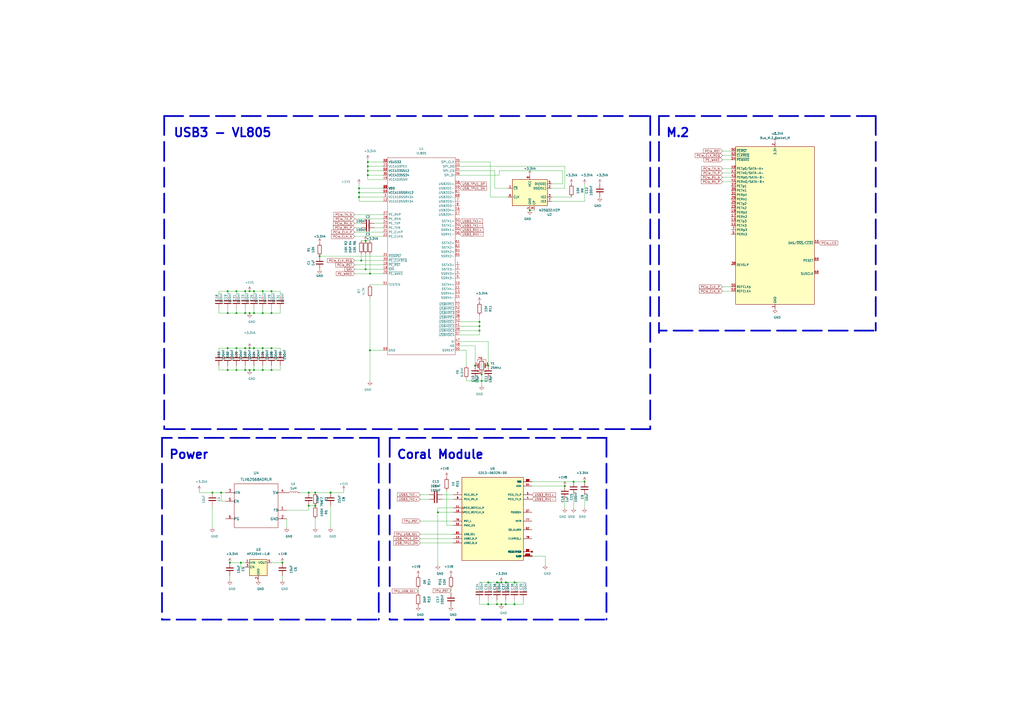
<source format=kicad_sch>
(kicad_sch (version 20211123) (generator eeschema)
  (paper "A2")
  (title_block (title "Coral USB3 M.2 2242 Module") (date "2022-09-24") (rev "v1.0") (comment 1 "Designed By Will Whang") (comment 2 "https://github.com/will127534/Coral-USB3-M2-Module"))
  (lib_symbols
    (symbol "2021-10-17_21-20-06:TLV62568ADRLR" (pin_names (offset -0.254))
      (property "Reference" "U" (at 0 2.54 0))
      (property "Value" "TLV62568ADRLR" (at 0 0 0))
      (symbol "TLV62568ADRLR_1_1"
        (pin input line (at 17.78 -2.54 180) (length 5.08) (name "FB") (number "1"))
        (pin power_in line (at 17.78 -7.62 180) (length 5.08) (name "GND") (number "2"))
        (pin power_in line (at -17.78 7.62 0) (length 5.08) (name "VIN") (number "3"))
        (pin power_in line (at 17.78 7.62 180) (length 5.08) (name "SW") (number "4"))
        (pin input line (at -17.78 2.54 0) (length 5.08) (name "EN") (number "5"))
        (pin open_collector line (at -17.78 -7.62 0) (length 5.08) (name "PG") (number "6"))
      )
    )
    (symbol "ASM1042:VL805"
      (property "Reference" "U1" (at -0.635 45.72 0))
      (property "Value" "VL805" (at -0.635 43.18 0))
      (symbol "VL805_1_1"
        (pin input line (at 21.59 -21.59 180) (length 2.54) (name "SSTX3+") (number "1"))
        (pin input line (at 21.59 -33.02 180) (length 2.54) (name "SSTX4+") (number "10"))
        (pin input line (at 21.59 -35.56 180) (length 2.54) (name "SSTX4-") (number "11"))
        (pin input line (at -22.86 15.24 0) (length 2.54) (name "VCCA10SSRX34") (number "12"))
        (pin input line (at 21.59 -38.1 180) (length 2.54) (name "SSRX4+") (number "13"))
        (pin input line (at 21.59 -40.64 180) (length 2.54) (name "SSRX4-") (number "14"))
        (pin input line (at -22.86 30.48 0) (length 2.54) (name "VCCA33SS34") (number "15"))
        (pin input line (at 21.59 10.16 180) (length 2.54) (name "USB2D4+") (number "16"))
        (pin input line (at 21.59 7.62 180) (length 2.54) (name "USB2D4-") (number "17"))
        (pin input line (at -22.86 -24.13 0) (length 2.54) (name "~{SMI}") (number "18"))
        (pin input line (at -22.86 -21.59 0) (length 2.54) (name "~{PE_RST}") (number "19"))
        (pin input line (at 21.59 -24.13 180) (length 2.54) (name "SSTX3-") (number "2"))
        (pin input line (at -22.86 -26.67 0) (length 2.54) (name "~{PE_WAKE}") (number "20"))
        (pin input line (at -22.86 -2.54 0) (length 2.54) (name "PE_CLKP") (number "21"))
        (pin input line (at -22.86 -5.08 0) (length 2.54) (name "PE_CLKN") (number "22"))
        (pin input line (at -22.86 35.56 0) (length 2.54) (name "VCCA33PEX") (number "23"))
        (pin input line (at -22.86 2.54 0) (length 2.54) (name "PE_TXP") (number "24"))
        (pin input line (at -22.86 0 0) (length 2.54) (name "PE_TXN") (number "25"))
        (pin input line (at -22.86 7.62 0) (length 2.54) (name "PE_RXP") (number "27"))
        (pin input line (at -22.86 5.08 0) (length 2.54) (name "PE_RXN") (number "28"))
        (pin input line (at -22.86 22.86 0) (length 2.54) (name "VDD") (number "29"))
        (pin input line (at -22.86 17.78 0) (length 2.54) (name "VCCA10SSRX34") (number "3"))
        (pin input line (at -22.86 -19.05 0) (length 2.54) (name "~{PE_CLKREQ}") (number "30"))
        (pin input line (at -22.86 -16.51 0) (length 2.54) (name "~{PONRST}") (number "31"))
        (pin input line (at -22.86 38.1 0) (length 2.54) (name "VSUS33") (number "32"))
        (pin input line (at 21.59 35.56 180) (length 2.54) (name "SPI_DO") (number "33"))
        (pin input line (at 21.59 33.02 180) (length 2.54) (name "SPI_CS") (number "34"))
        (pin input line (at 21.59 38.1 180) (length 2.54) (name "SPI_CLK") (number "35"))
        (pin input line (at 21.59 30.48 180) (length 2.54) (name "SPI_DI") (number "36"))
        (pin input line (at 21.59 -62.23 180) (length 2.54) (name "~{USBHOC4}") (number "37"))
        (pin input line (at 21.59 -52.07 180) (length 2.54) (name "~{USBHPE4}") (number "38"))
        (pin input line (at 21.59 -59.69 180) (length 2.54) (name "~{USBHOC3}") (number "39"))
        (pin input line (at 21.59 -26.67 180) (length 2.54) (name "SSRX3+") (number "4"))
        (pin input line (at 21.59 -49.53 180) (length 2.54) (name "~{USBHPE3}") (number "40"))
        (pin input line (at 21.59 -57.15 180) (length 2.54) (name "~{USBHOC2}") (number "41"))
        (pin input line (at 21.59 -46.99 180) (length 2.54) (name "~{USBHPE2}") (number "42"))
        (pin input line (at 21.59 -54.61 180) (length 2.54) (name "~{USBHOC1}") (number "43"))
        (pin input line (at 21.59 -44.45 180) (length 2.54) (name "~{USBHPE1}") (number "44"))
        (pin input line (at -22.86 22.86 0) (length 2.54) (name "VDD") (number "45"))
        (pin input line (at -22.86 38.1 0) (length 2.54) (name "VSUS33") (number "46"))
        (pin input line (at 21.59 -66.04 180) (length 2.54) (name "XI") (number "47"))
        (pin input line (at 21.59 -68.58 180) (length 2.54) (name "XO") (number "48"))
        (pin input line (at -22.86 27.94 0) (length 2.54) (name "VCCA33SSM") (number "49"))
        (pin input line (at 21.59 -29.21 180) (length 2.54) (name "SSRX3-") (number "5"))
        (pin input line (at 21.59 -71.12 180) (length 2.54) (name "SSREXT") (number "50"))
        (pin input line (at -22.86 -33.02 0) (length 2.54) (name "TESTEN") (number "51"))
        (pin input line (at 21.59 3.81 180) (length 2.54) (name "SSTX1+") (number "52"))
        (pin input line (at 21.59 1.27 180) (length 2.54) (name "SSTX1-") (number "53"))
        (pin input line (at -22.86 20.32 0) (length 2.54) (name "VCCA10SSRX12") (number "54"))
        (pin input line (at 21.59 -1.27 180) (length 2.54) (name "SSRX1+") (number "55"))
        (pin input line (at 21.59 -3.81 180) (length 2.54) (name "SSRX1-") (number "56"))
        (pin input line (at -22.86 33.02 0) (length 2.54) (name "VCCA33SS12") (number "57"))
        (pin input line (at 21.59 25.4 180) (length 2.54) (name "USB2D1+") (number "58"))
        (pin input line (at 21.59 22.86 180) (length 2.54) (name "USB2D1-") (number "59"))
        (pin input line (at -22.86 30.48 0) (length 2.54) (name "VCCA33SS34") (number "6"))
        (pin input line (at -22.86 22.86 0) (length 2.54) (name "VDD") (number "60"))
        (pin input line (at 21.59 -8.89 180) (length 2.54) (name "SSTX2+") (number "61"))
        (pin input line (at 21.59 -11.43 180) (length 2.54) (name "SSTX2-") (number "62"))
        (pin input line (at -22.86 20.32 0) (length 2.54) (name "VCCA10SSRX12") (number "63"))
        (pin input line (at 21.59 -13.97 180) (length 2.54) (name "SSRX2+") (number "64"))
        (pin input line (at 21.59 -16.51 180) (length 2.54) (name "SSRX2-") (number "65"))
        (pin input line (at -22.86 33.02 0) (length 2.54) (name "VCCA33SS12") (number "66"))
        (pin input line (at 21.59 20.32 180) (length 2.54) (name "USB2D2+") (number "67"))
        (pin input line (at 21.59 17.78 180) (length 2.54) (name "USB2D2-") (number "68"))
        (pin input line (at -22.86 -71.12 0) (length 2.54) (name "GND") (number "69"))
        (pin input line (at 21.59 15.24 180) (length 2.54) (name "USB2D3+") (number "7"))
        (pin input line (at 21.59 12.7 180) (length 2.54) (name "USB2D3-") (number "8"))
        (pin input line (at -22.86 22.86 0) (length 2.54) (name "VDD") (number "9"))
      )
    )
    (symbol "Connector:Bus_M.2_Socket_M"
      (property "Reference" "J" (at -22.86 46.99 0))
      (property "Value" "Bus_M.2_Socket_M" (at 16.51 46.99 0))
      (symbol "Bus_M.2_Socket_M_1_1"
        (pin power_in line (at 0 -48.26 90) (length 2.54) (name "GND") (number "1"))
        (pin bidirectional line (at 25.4 -10.16 180) (length 2.54) (name "DAS/~{DSS}/~{LED1}") (number "10"))
        (pin output line (at -25.4 0 0) (length 2.54) (name "PETn3") (number "11"))
        (pin passive line (at 0 48.26 270) (length 2.54) hide (name "3.3V") (number "12"))
        (pin output line (at -25.4 2.54 0) (length 2.54) (name "PETp3") (number "13"))
        (pin passive line (at 0 48.26 270) (length 2.54) hide (name "3.3V") (number "14"))
        (pin passive line (at 0 -48.26 90) (length 2.54) hide (name "GND") (number "15"))
        (pin passive line (at 0 48.26 270) (length 2.54) hide (name "3.3V") (number "16"))
        (pin input line (at -25.4 5.08 0) (length 2.54) (name "PERn2") (number "17"))
        (pin passive line (at 0 48.26 270) (length 2.54) hide (name "3.3V") (number "18"))
        (pin input line (at -25.4 7.62 0) (length 2.54) (name "PERp2") (number "19"))
        (pin power_in line (at 0 48.26 270) (length 2.54) (name "3.3V") (number "2"))
        (pin no_connect line (at 22.86 2.54 180) (length 2.54) hide (name "NC") (number "20"))
        (pin passive line (at 0 -48.26 90) (length 2.54) hide (name "GND") (number "21"))
        (pin no_connect line (at 22.86 5.08 180) (length 2.54) hide (name "NC") (number "22"))
        (pin output line (at -25.4 10.16 0) (length 2.54) (name "PETn2") (number "23"))
        (pin no_connect line (at 22.86 7.62 180) (length 2.54) hide (name "NC") (number "24"))
        (pin output line (at -25.4 12.7 0) (length 2.54) (name "PETp2") (number "25"))
        (pin no_connect line (at 22.86 10.16 180) (length 2.54) hide (name "NC") (number "26"))
        (pin passive line (at 0 -48.26 90) (length 2.54) hide (name "GND") (number "27"))
        (pin no_connect line (at 22.86 12.7 180) (length 2.54) hide (name "NC") (number "28"))
        (pin input line (at -25.4 15.24 0) (length 2.54) (name "PERn1") (number "29"))
        (pin passive line (at 0 -48.26 90) (length 2.54) hide (name "GND") (number "3"))
        (pin no_connect line (at 22.86 15.24 180) (length 2.54) hide (name "NC") (number "30"))
        (pin input line (at -25.4 17.78 0) (length 2.54) (name "PERp1") (number "31"))
        (pin no_connect line (at 22.86 17.78 180) (length 2.54) hide (name "NC") (number "32"))
        (pin passive line (at 0 -48.26 90) (length 2.54) hide (name "GND") (number "33"))
        (pin no_connect line (at 22.86 20.32 180) (length 2.54) hide (name "NC") (number "34"))
        (pin output line (at -25.4 20.32 0) (length 2.54) (name "PETn1") (number "35"))
        (pin no_connect line (at 22.86 22.86 180) (length 2.54) hide (name "NC") (number "36"))
        (pin output line (at -25.4 22.86 0) (length 2.54) (name "PETp1") (number "37"))
        (pin output line (at -25.4 -22.86 0) (length 2.54) (name "DEVSLP") (number "38"))
        (pin passive line (at 0 -48.26 90) (length 2.54) hide (name "GND") (number "39"))
        (pin passive line (at 0 48.26 270) (length 2.54) hide (name "3.3V") (number "4"))
        (pin no_connect line (at 22.86 25.4 180) (length 2.54) hide (name "NC") (number "40"))
        (pin input line (at -25.4 25.4 0) (length 2.54) (name "PERn0/SATA-B+") (number "41"))
        (pin no_connect line (at 22.86 27.94 180) (length 2.54) hide (name "NC") (number "42"))
        (pin input line (at -25.4 27.94 0) (length 2.54) (name "PERp0/SATA-B-") (number "43"))
        (pin no_connect line (at 22.86 30.48 180) (length 2.54) hide (name "NC") (number "44"))
        (pin passive line (at 0 -48.26 90) (length 2.54) hide (name "GND") (number "45"))
        (pin no_connect line (at 22.86 33.02 180) (length 2.54) hide (name "NC") (number "46"))
        (pin output line (at -25.4 30.48 0) (length 2.54) (name "PETn0/SATA-A-") (number "47"))
        (pin no_connect line (at 22.86 35.56 180) (length 2.54) hide (name "NC") (number "48"))
        (pin output line (at -25.4 33.02 0) (length 2.54) (name "PETp0/SATA-A+") (number "49"))
        (pin input line (at -25.4 -5.08 0) (length 2.54) (name "PERn3") (number "5"))
        (pin output line (at -25.4 43.18 0) (length 2.54) (name "~{PERST}") (number "50"))
        (pin passive line (at 0 -48.26 90) (length 2.54) hide (name "GND") (number "51"))
        (pin bidirectional line (at -25.4 40.64 0) (length 2.54) (name "~{CLKREQ}") (number "52"))
        (pin output line (at -25.4 -38.1 0) (length 2.54) (name "REFCLKn") (number "53"))
        (pin bidirectional line (at -25.4 38.1 0) (length 2.54) (name "~{PEWAKE}") (number "54"))
        (pin output line (at -25.4 -35.56 0) (length 2.54) (name "REFCLKp") (number "55"))
        (pin no_connect line (at 22.86 38.1 180) (length 2.54) hide (name "NC") (number "56"))
        (pin passive line (at 0 -48.26 90) (length 2.54) hide (name "GND") (number "57"))
        (pin no_connect line (at 22.86 40.64 180) (length 2.54) hide (name "NC") (number "58"))
        (pin no_connect line (at 22.86 -2.54 180) (length 2.54) hide (name "NC") (number "6"))
        (pin no_connect line (at 22.86 -5.08 180) (length 2.54) hide (name "NC") (number "67"))
        (pin output line (at 25.4 -27.94 180) (length 2.54) (name "SUSCLK") (number "68"))
        (pin passive line (at 25.4 -20.32 180) (length 2.54) (name "PEDET") (number "69"))
        (pin input line (at -25.4 -2.54 0) (length 2.54) (name "PERp3") (number "7"))
        (pin passive line (at 0 48.26 270) (length 2.54) hide (name "3.3V") (number "70"))
        (pin passive line (at 0 -48.26 90) (length 2.54) hide (name "GND") (number "71"))
        (pin passive line (at 0 48.26 270) (length 2.54) hide (name "3.3V") (number "72"))
        (pin passive line (at 0 -48.26 90) (length 2.54) hide (name "GND") (number "73"))
        (pin passive line (at 0 48.26 270) (length 2.54) hide (name "3.3V") (number "74"))
        (pin passive line (at 0 -48.26 90) (length 2.54) hide (name "GND") (number "75"))
        (pin no_connect line (at 22.86 0 180) (length 2.54) hide (name "NC") (number "8"))
        (pin passive line (at 0 -48.26 90) (length 2.54) hide (name "GND") (number "9"))
      )
    )
    (symbol "Device:C" (pin_numbers hide) (pin_names (offset 0.254))
      (property "Reference" "C" (at 0.635 2.54 0))
      (property "Value" "C" (at 0.635 -2.54 0))
      (symbol "C_1_1"
        (pin passive line (at 0 3.81 270) (length 2.794) (name "~") (number "1"))
        (pin passive line (at 0 -3.81 90) (length 2.794) (name "~") (number "2"))
      )
    )
    (symbol "Device:Crystal_GND24" (pin_names (offset 1.016) hide)
      (property "Reference" "Y" (at 3.175 5.08 0))
      (property "Value" "Crystal_GND24" (at 3.175 3.175 0))
      (symbol "Crystal_GND24_1_1"
        (pin passive line (at -3.81 0 0) (length 1.27) (name "1") (number "1"))
        (pin passive line (at 0 5.08 270) (length 1.27) (name "2") (number "2"))
        (pin passive line (at 3.81 0 180) (length 1.27) (name "3") (number "3"))
        (pin passive line (at 0 -5.08 90) (length 1.27) (name "4") (number "4"))
      )
    )
    (symbol "Device:L" (pin_numbers hide) (pin_names (offset 1.016) hide)
      (property "Reference" "L" (at -1.27 0 90))
      (property "Value" "L" (at 1.905 0 90))
      (symbol "L_1_1"
        (pin passive line (at 0 3.81 270) (length 1.27) (name "1") (number "1"))
        (pin passive line (at 0 -3.81 90) (length 1.27) (name "2") (number "2"))
      )
    )
    (symbol "Device:R" (pin_numbers hide) (pin_names (offset 0))
      (property "Reference" "R" (at 2.032 0 90))
      (property "Value" "R" (at 0 0 90))
      (symbol "R_1_1"
        (pin passive line (at 0 3.81 270) (length 1.27) (name "~") (number "1"))
        (pin passive line (at 0 -3.81 90) (length 1.27) (name "~") (number "2"))
      )
    )
    (symbol "G313-06329-00:G313-06329-00" (pin_names (offset 1.016))
      (property "Reference" "U" (at -17.78 23.622 0))
      (property "Value" "G313-06329-00" (at -17.78 -27.94 0))
      (symbol "G313-06329-00_0_0"
        (pin power_in line (at 22.86 -22.86 180) (length 5.08) (name "GND") (number "1"))
        (pin input clock (at -22.86 2.54 0) (length 5.08) (name "PCIE_REFCLK_N") (number "10"))
        (pin power_in line (at 22.86 -22.86 180) (length 5.08) (name "GND") (number "100"))
        (pin power_in line (at 22.86 -22.86 180) (length 5.08) (name "GND") (number "101"))
        (pin power_in line (at 22.86 -22.86 180) (length 5.08) (name "GND") (number "102"))
        (pin power_in line (at 22.86 -22.86 180) (length 5.08) (name "GND") (number "103"))
        (pin power_in line (at 22.86 -22.86 180) (length 5.08) (name "GND") (number "104"))
        (pin power_in line (at 22.86 -22.86 180) (length 5.08) (name "GND") (number "105"))
        (pin power_in line (at 22.86 -22.86 180) (length 5.08) (name "GND") (number "106"))
        (pin power_in line (at 22.86 -22.86 180) (length 5.08) (name "GND") (number "107"))
        (pin power_in line (at 22.86 -22.86 180) (length 5.08) (name "GND") (number "108"))
        (pin power_in line (at 22.86 -22.86 180) (length 5.08) (name "GND") (number "109"))
        (pin input clock (at -22.86 5.08 0) (length 5.08) (name "PCIE_REFCLK_P") (number "11"))
        (pin power_in line (at 22.86 -22.86 180) (length 5.08) (name "GND") (number "110"))
        (pin power_in line (at 22.86 -22.86 180) (length 5.08) (name "GND") (number "111"))
        (pin power_in line (at 22.86 -22.86 180) (length 5.08) (name "GND") (number "112"))
        (pin power_in line (at 22.86 -22.86 180) (length 5.08) (name "GND") (number "113"))
        (pin power_in line (at 22.86 -22.86 180) (length 5.08) (name "GND") (number "114"))
        (pin power_in line (at 22.86 -22.86 180) (length 5.08) (name "GND") (number "115"))
        (pin power_in line (at 22.86 -22.86 180) (length 5.08) (name "GND") (number "116"))
        (pin power_in line (at 22.86 -22.86 180) (length 5.08) (name "GND") (number "117"))
        (pin power_in line (at 22.86 -22.86 180) (length 5.08) (name "GND") (number "118"))
        (pin power_in line (at 22.86 -22.86 180) (length 5.08) (name "GND") (number "119"))
        (pin power_in line (at 22.86 -22.86 180) (length 5.08) (name "GND") (number "12"))
        (pin power_in line (at 22.86 -22.86 180) (length 5.08) (name "GND") (number "120"))
        (pin bidirectional line (at -22.86 -12.7 0) (length 5.08) (name "USB2_D_P") (number "13"))
        (pin bidirectional line (at -22.86 -15.24 0) (length 5.08) (name "USB2_D_N") (number "14"))
        (pin power_in line (at 22.86 -22.86 180) (length 5.08) (name "GND") (number "15"))
        (pin power_in line (at 22.86 -22.86 180) (length 5.08) (name "GND") (number "16"))
        (pin power_in line (at 22.86 -22.86 180) (length 5.08) (name "GND") (number "17"))
        (pin power_in line (at 22.86 -22.86 180) (length 5.08) (name "GND") (number "18"))
        (pin power_in line (at 22.86 -22.86 180) (length 5.08) (name "GND") (number "19"))
        (pin power_in line (at 22.86 -22.86 180) (length 5.08) (name "GND") (number "2"))
        (pin power_in line (at 22.86 -22.86 180) (length 5.08) (name "GND") (number "20"))
        (pin power_in line (at 22.86 -22.86 180) (length 5.08) (name "GND") (number "21"))
        (pin power_in line (at 22.86 -22.86 180) (length 5.08) (name "GND") (number "22"))
        (pin power_in line (at 22.86 -22.86 180) (length 5.08) (name "GND") (number "23"))
        (pin power_in line (at 22.86 -22.86 180) (length 5.08) (name "GND") (number "24"))
        (pin power_in line (at 22.86 -22.86 180) (length 5.08) (name "GND") (number "25"))
        (pin power_in line (at 22.86 -22.86 180) (length 5.08) (name "GND") (number "26"))
        (pin power_in line (at 22.86 -22.86 180) (length 5.08) (name "GND") (number "27"))
        (pin power_in line (at 22.86 -22.86 180) (length 5.08) (name "GND") (number "28"))
        (pin power_in line (at 22.86 -22.86 180) (length 5.08) (name "GND") (number "29"))
        (pin power_in line (at 22.86 -22.86 180) (length 5.08) (name "GND") (number "3"))
        (pin power_in line (at 22.86 -22.86 180) (length 5.08) (name "GND") (number "30"))
        (pin power_in line (at 22.86 -22.86 180) (length 5.08) (name "GND") (number "31"))
        (pin power_in line (at 22.86 -22.86 180) (length 5.08) (name "GND") (number "32"))
        (pin power_in line (at 22.86 -22.86 180) (length 5.08) (name "GND") (number "33"))
        (pin power_in line (at 22.86 -22.86 180) (length 5.08) (name "GND") (number "34"))
        (pin power_in line (at 22.86 -22.86 180) (length 5.08) (name "GND") (number "35"))
        (pin power_in line (at 22.86 -22.86 180) (length 5.08) (name "GND") (number "36"))
        (pin output line (at 22.86 2.54 180) (length 5.08) (name "PGOOD4") (number "37"))
        (pin power_in line (at 22.86 -22.86 180) (length 5.08) (name "GND") (number "38"))
        (pin power_in line (at 22.86 -22.86 180) (length 5.08) (name "GND") (number "39"))
        (pin output line (at 22.86 10.16 180) (length 5.08) (name "PCIE_TX_N") (number "4"))
        (pin power_in line (at 22.86 -22.86 180) (length 5.08) (name "GND") (number "40"))
        (pin power_in line (at 22.86 -22.86 180) (length 5.08) (name "GND") (number "41"))
        (pin power_in line (at 22.86 -22.86 180) (length 5.08) (name "GND") (number "42"))
        (pin power_in line (at 22.86 -22.86 180) (length 5.08) (name "GND") (number "43"))
        (pin power_in line (at 22.86 -22.86 180) (length 5.08) (name "GND") (number "44"))
        (pin power_in line (at 22.86 -22.86 180) (length 5.08) (name "GND") (number "45"))
        (pin power_in line (at 22.86 -22.86 180) (length 5.08) (name "GND") (number "46"))
        (pin power_in line (at 22.86 -22.86 180) (length 5.08) (name "GND") (number "47"))
        (pin power_in line (at 22.86 -22.86 180) (length 5.08) (name "GND") (number "48"))
        (pin no_connect line (at 22.86 -20.32 180) (length 5.08) (name "RESERVED") (number "49"))
        (pin output line (at 22.86 12.7 180) (length 5.08) (name "PCIE_TX_P") (number "5"))
        (pin no_connect line (at 22.86 -20.32 180) (length 5.08) (name "RESERVED") (number "50"))
        (pin power_in line (at 22.86 -22.86 180) (length 5.08) (name "GND") (number "51"))
        (pin no_connect line (at 22.86 -20.32 180) (length 5.08) (name "RESERVED") (number "52"))
        (pin input line (at -22.86 -5.08 0) (length 5.08) (name "PMIC_EN") (number "53"))
        (pin power_in line (at 22.86 17.78 180) (length 5.08) (name "AON") (number "54"))
        (pin power_in line (at 22.86 -22.86 180) (length 5.08) (name "GND") (number "55"))
        (pin power_in line (at 22.86 20.32 180) (length 5.08) (name "VIN") (number "56"))
        (pin power_in line (at 22.86 20.32 180) (length 5.08) (name "VIN") (number "57"))
        (pin power_in line (at 22.86 20.32 180) (length 5.08) (name "VIN") (number "58"))
        (pin power_in line (at 22.86 20.32 180) (length 5.08) (name "VIN") (number "59"))
        (pin power_in line (at 22.86 -22.86 180) (length 5.08) (name "GND") (number "6"))
        (pin power_in line (at 22.86 20.32 180) (length 5.08) (name "VIN") (number "60"))
        (pin power_in line (at 22.86 20.32 180) (length 5.08) (name "VIN") (number "61"))
        (pin power_in line (at 22.86 20.32 180) (length 5.08) (name "VIN") (number "62"))
        (pin power_in line (at 22.86 20.32 180) (length 5.08) (name "VIN") (number "63"))
        (pin power_in line (at 22.86 20.32 180) (length 5.08) (name "VIN") (number "64"))
        (pin power_in line (at 22.86 20.32 180) (length 5.08) (name "VIN") (number "65"))
        (pin power_in line (at 22.86 20.32 180) (length 5.08) (name "VIN") (number "66"))
        (pin power_in line (at 22.86 20.32 180) (length 5.08) (name "VIN") (number "67"))
        (pin power_in line (at 22.86 -22.86 180) (length 5.08) (name "GND") (number "68"))
        (pin power_in line (at 22.86 -22.86 180) (length 5.08) (name "GND") (number "69"))
        (pin input line (at -22.86 12.7 0) (length 5.08) (name "PCIE_RX_P") (number "7"))
        (pin power_in line (at 22.86 -22.86 180) (length 5.08) (name "GND") (number "70"))
        (pin power_in line (at 22.86 -22.86 180) (length 5.08) (name "GND") (number "71"))
        (pin power_in line (at 22.86 -22.86 180) (length 5.08) (name "GND") (number "72"))
        (pin power_in line (at 22.86 -22.86 180) (length 5.08) (name "GND") (number "73"))
        (pin power_in line (at 22.86 -22.86 180) (length 5.08) (name "GND") (number "74"))
        (pin power_in line (at 22.86 -22.86 180) (length 5.08) (name "GND") (number "75"))
        (pin input line (at -22.86 -2.54 0) (length 5.08) (name "RST_L") (number "76"))
        (pin output line (at 22.86 -2.54 180) (length 5.08) (name "INTR") (number "77"))
        (pin bidirectional line (at 22.86 -12.7 180) (length 5.08) (name "CLKREQ_L") (number "78"))
        (pin power_in line (at 22.86 -22.86 180) (length 5.08) (name "GND") (number "79"))
        (pin input line (at -22.86 10.16 0) (length 5.08) (name "PCIE_RX_N") (number "8"))
        (pin power_in line (at 22.86 -22.86 180) (length 5.08) (name "GND") (number "80"))
        (pin power_in line (at 22.86 -22.86 180) (length 5.08) (name "GND") (number "81"))
        (pin output line (at 22.86 -7.62 180) (length 5.08) (name "SD_ALARM") (number "82"))
        (pin input line (at -22.86 -10.16 0) (length 5.08) (name "USB_SEL") (number "83"))
        (pin no_connect line (at 22.86 -20.32 180) (length 5.08) (name "RESERVED") (number "84"))
        (pin no_connect line (at 22.86 -20.32 180) (length 5.08) (name "RESERVED") (number "85"))
        (pin power_in line (at 22.86 -22.86 180) (length 5.08) (name "GND") (number "86"))
        (pin power_in line (at 22.86 -22.86 180) (length 5.08) (name "GND") (number "87"))
        (pin power_in line (at 22.86 -22.86 180) (length 5.08) (name "GND") (number "88"))
        (pin power_in line (at 22.86 -22.86 180) (length 5.08) (name "GND") (number "89"))
        (pin power_in line (at 22.86 -22.86 180) (length 5.08) (name "GND") (number "9"))
        (pin power_in line (at 22.86 -22.86 180) (length 5.08) (name "GND") (number "90"))
        (pin power_in line (at 22.86 -22.86 180) (length 5.08) (name "GND") (number "91"))
        (pin power_in line (at 22.86 -22.86 180) (length 5.08) (name "GND") (number "92"))
        (pin power_in line (at 22.86 -22.86 180) (length 5.08) (name "GND") (number "93"))
        (pin power_in line (at 22.86 -22.86 180) (length 5.08) (name "GND") (number "94"))
        (pin power_in line (at 22.86 -22.86 180) (length 5.08) (name "GND") (number "95"))
        (pin power_in line (at 22.86 -22.86 180) (length 5.08) (name "GND") (number "96"))
        (pin power_in line (at 22.86 -22.86 180) (length 5.08) (name "GND") (number "97"))
        (pin power_in line (at 22.86 -22.86 180) (length 5.08) (name "GND") (number "98"))
        (pin power_in line (at 22.86 -22.86 180) (length 5.08) (name "GND") (number "99"))
      )
    )
    (symbol "Memory_Flash:W25Q32JVZP"
      (property "Reference" "U" (at -8.89 8.89 0))
      (property "Value" "W25Q32JVZP" (at 7.62 8.89 0))
      (symbol "W25Q32JVZP_1_1"
        (pin input line (at -12.7 2.54 0) (length 2.54) (name "~{CS}") (number "1"))
        (pin bidirectional line (at 12.7 2.54 180) (length 2.54) (name "DO(IO1)") (number "2"))
        (pin bidirectional line (at 12.7 -2.54 180) (length 2.54) (name "IO2") (number "3"))
        (pin power_in line (at 0 -10.16 90) (length 2.54) (name "GND") (number "4"))
        (pin bidirectional line (at 12.7 5.08 180) (length 2.54) (name "DI(IO0)") (number "5"))
        (pin input line (at -12.7 -2.54 0) (length 2.54) (name "CLK") (number "6"))
        (pin bidirectional line (at 12.7 -5.08 180) (length 2.54) (name "IO3") (number "7"))
        (pin power_in line (at 0 10.16 270) (length 2.54) (name "VCC") (number "8"))
        (pin passive line (at 2.54 -10.16 90) (length 2.54) (name "EP") (number "9"))
      )
    )
    (symbol "Regulator_Linear:AP2204K-1.8" (pin_names (offset 0.254))
      (property "Reference" "U" (at -5.08 5.715 0))
      (property "Value" "AP2204K-1.8" (at 0 5.715 0))
      (symbol "AP2204K-1.8_1_1"
        (pin power_in line (at -7.62 2.54 0) (length 2.54) (name "VIN") (number "1"))
        (pin power_in line (at 0 -7.62 90) (length 2.54) (name "GND") (number "2"))
        (pin input line (at -7.62 0 0) (length 2.54) (name "EN") (number "3"))
        (pin no_connect line (at 5.08 0 180) (length 2.54) hide (name "NC") (number "4"))
        (pin power_out line (at 7.62 2.54 180) (length 2.54) (name "VOUT") (number "5"))
      )
    )
    (symbol "power:+1V1" (power) (pin_names (offset 0))
      (property "Value" "+1V1" (at 0 3.556 0))
      (symbol "+1V1_1_1"
        (pin power_in line (at 0 0 90) (length 0) hide (name "+1V1") (number "1"))
      )
    )
    (symbol "power:+1V8" (power) (pin_names (offset 0))
      (property "Value" "+1V8" (at 0 3.556 0))
      (symbol "+1V8_1_1"
        (pin power_in line (at 0 0 90) (length 0) hide (name "+1V8") (number "1"))
      )
    )
    (symbol "power:+3.3VA" (power) (pin_names (offset 0))
      (property "Value" "+3.3VA" (at 0 3.556 0))
      (symbol "+3.3VA_1_1"
        (pin power_in line (at 0 0 90) (length 0) hide (name "+3.3VA") (number "1"))
      )
    )
    (symbol "power:GND" (power) (pin_names (offset 0))
      (property "Value" "GND" (at 0 -3.81 0))
      (symbol "GND_1_1"
        (pin power_in line (at 0 0 270) (length 0) hide (name "GND") (number "1"))
      )
    )
  )
  (junction (at 137.16 201.93))
  (junction (at 212.09 139.7))
  (junction (at 142.24 214.63))
  (junction (at 132.08 214.63))
  (junction (at 209.55 151.13))
  (junction (at 293.37 350.52))
  (junction (at 278.13 186.69))
  (junction (at 147.32 214.63))
  (junction (at 214.63 203.2))
  (junction (at 185.42 148.59))
  (junction (at 279.4 220.98))
  (junction (at 133.35 326.39))
  (junction (at 182.88 293.37) (diameter 1.016))
  (junction (at 214.63 158.75))
  (junction (at 182.88 285.75))
  (junction (at 142.24 181.61))
  (junction (at 327.66 281.94))
  (junction (at 152.4 168.91))
  (junction (at 290.83 337.82))
  (junction (at 179.07 285.75))
  (junction (at 152.4 214.63))
  (junction (at 213.36 93.98))
  (junction (at 283.21 337.82))
  (junction (at 208.28 114.3))
  (junction (at 157.48 214.63))
  (junction (at 191.77 285.75) (diameter 1.016))
  (junction (at 332.74 279.4))
  (junction (at 142.24 201.93))
  (junction (at 298.45 337.82))
  (junction (at 147.32 168.91))
  (junction (at 275.59 220.98))
  (junction (at 283.21 350.52))
  (junction (at 147.32 181.61))
  (junction (at 144.78 168.91))
  (junction (at 278.13 189.23))
  (junction (at 163.83 326.39))
  (junction (at 288.29 337.82))
  (junction (at 275.59 212.09))
  (junction (at 144.78 214.63))
  (junction (at 139.7 326.39))
  (junction (at 152.4 181.61))
  (junction (at 213.36 96.52))
  (junction (at 279.4 217.17))
  (junction (at 128.27 285.75))
  (junction (at 123.19 285.75))
  (junction (at 293.37 337.82))
  (junction (at 132.08 201.93))
  (junction (at 157.48 201.93))
  (junction (at 137.16 214.63))
  (junction (at 147.32 201.93))
  (junction (at 144.78 181.61))
  (junction (at 254 297.18))
  (junction (at 212.09 156.21))
  (junction (at 208.28 109.22))
  (junction (at 283.21 212.09))
  (junction (at 142.24 168.91))
  (junction (at 179.07 293.37))
  (junction (at 132.08 181.61))
  (junction (at 278.13 191.77))
  (junction (at 213.36 101.6))
  (junction (at 208.28 111.76))
  (junction (at 339.09 279.4))
  (junction (at 137.16 181.61))
  (junction (at 307.34 121.92))
  (junction (at 152.4 201.93))
  (junction (at 137.16 168.91))
  (junction (at 298.45 350.52))
  (junction (at 157.48 168.91))
  (junction (at 157.48 181.61))
  (junction (at 213.36 99.06))
  (junction (at 144.78 201.93))
  (junction (at 288.29 350.52))
  (junction (at 290.83 350.52))
  (junction (at 132.08 168.91))
  (wire (pts (xy 419.1 166.37) (xy 424.18 166.37)))
  (wire (pts (xy 205.74 151.13) (xy 209.55 151.13)))
  (wire (pts (xy 266.7 191.77) (xy 278.13 191.77)))
  (wire (pts (xy 157.48 201.93) (xy 157.48 204.47)))
  (wire (pts (xy 320.04 116.84) (xy 339.09 116.84)))
  (wire (pts (xy 130.81 290.83) (xy 128.27 290.83)))
  (wire (pts (xy 283.21 198.12) (xy 283.21 212.09)))
  (wire (pts (xy 214.63 165.1) (xy 222.25 165.1)))
  (wire (pts (xy 127 212.09) (xy 127 214.63)))
  (wire (pts (xy 339.09 116.84) (xy 339.09 106.68)))
  (wire (pts (xy 298.45 350.52) (xy 303.53 350.52)))
  (wire (pts (xy 262.89 294.64) (xy 254 294.64)))
  (wire (pts (xy 326.39 106.68) (xy 320.04 106.68)))
  (wire (pts (xy 214.63 172.72) (xy 214.63 203.2)))
  (wire (pts (xy 162.56 168.91) (xy 162.56 171.45)))
  (wire (pts (xy 139.7 328.93) (xy 139.7 326.39)))
  (wire (pts (xy 142.24 328.93) (xy 139.7 328.93)))
  (wire (pts (xy 191.77 285.75) (xy 199.39 285.75)))
  (wire (pts (xy 279.4 217.17) (xy 279.4 220.98)))
  (wire (pts (xy 147.32 181.61) (xy 152.4 181.61)))
  (wire (pts (xy 213.36 99.06) (xy 222.25 99.06)))
  (polyline (pts (xy 93.98 254) (xy 93.98 359.41)) (stroke (width 1)))
  (wire (pts (xy 137.16 181.61) (xy 142.24 181.61)))
  (wire (pts (xy 157.48 168.91) (xy 162.56 168.91)))
  (wire (pts (xy 142.24 212.09) (xy 142.24 214.63)))
  (wire (pts (xy 217.17 132.08) (xy 222.25 132.08)))
  (wire (pts (xy 419.1 92.71) (xy 424.18 92.71)))
  (wire (pts (xy 275.59 220.98) (xy 279.4 220.98)))
  (polyline (pts (xy 351.79 254) (xy 351.79 359.41)) (stroke (width 1)))
  (wire (pts (xy 144.78 168.91) (xy 147.32 168.91)))
  (wire (pts (xy 222.25 104.14) (xy 213.36 104.14)))
  (wire (pts (xy 205.74 129.54) (xy 209.55 129.54)))
  (wire (pts (xy 208.28 106.68) (xy 208.28 109.22)))
  (wire (pts (xy 123.19 293.37) (xy 123.19 306.07)))
  (wire (pts (xy 173.99 285.75) (xy 179.07 285.75)))
  (wire (pts (xy 179.07 285.75) (xy 182.88 285.75)))
  (wire (pts (xy 142.24 179.07) (xy 142.24 181.61)))
  (wire (pts (xy 209.55 147.32) (xy 209.55 151.13)))
  (polyline (pts (xy 95.25 67.31) (xy 95.25 248.92)) (stroke (width 1)))
  (wire (pts (xy 289.56 101.6) (xy 289.56 99.06)))
  (wire (pts (xy 123.19 285.75) (xy 128.27 285.75)))
  (polyline (pts (xy 508 67.31) (xy 382.27 67.31)) (stroke (width 1)))
  (wire (pts (xy 209.55 151.13) (xy 222.25 151.13)))
  (wire (pts (xy 157.48 201.93) (xy 162.56 201.93)))
  (wire (pts (xy 144.78 201.93) (xy 147.32 201.93)))
  (wire (pts (xy 243.84 309.88) (xy 262.89 309.88)))
  (wire (pts (xy 115.57 284.48) (xy 115.57 285.75)))
  (wire (pts (xy 212.09 139.7) (xy 214.63 139.7)))
  (polyline (pts (xy 226.06 254) (xy 226.06 359.41)) (stroke (width 1)))
  (wire (pts (xy 278.13 191.77) (xy 278.13 189.23)))
  (wire (pts (xy 278.13 189.23) (xy 278.13 186.69)))
  (wire (pts (xy 213.36 93.98) (xy 222.25 93.98)))
  (wire (pts (xy 283.21 337.82) (xy 283.21 340.36)))
  (wire (pts (xy 182.88 285.75) (xy 191.77 285.75)))
  (wire (pts (xy 243.84 302.26) (xy 262.89 302.26)))
  (wire (pts (xy 132.08 181.61) (xy 137.16 181.61)))
  (wire (pts (xy 293.37 337.82) (xy 298.45 337.82)))
  (polyline (pts (xy 219.71 254) (xy 219.71 359.41)) (stroke (width 1)))
  (wire (pts (xy 213.36 101.6) (xy 213.36 99.06)))
  (wire (pts (xy 288.29 337.82) (xy 290.83 337.82)))
  (wire (pts (xy 278.13 337.82) (xy 283.21 337.82)))
  (wire (pts (xy 298.45 337.82) (xy 298.45 340.36)))
  (wire (pts (xy 339.09 287.02) (xy 339.09 294.64)))
  (wire (pts (xy 266.7 93.98) (xy 284.48 93.98)))
  (wire (pts (xy 419.1 87.63) (xy 424.18 87.63)))
  (wire (pts (xy 182.88 300.99) (xy 182.88 306.07)))
  (wire (pts (xy 157.48 181.61) (xy 162.56 181.61)))
  (wire (pts (xy 132.08 168.91) (xy 137.16 168.91)))
  (wire (pts (xy 316.23 322.58) (xy 316.23 327.66)))
  (wire (pts (xy 213.36 104.14) (xy 213.36 101.6)))
  (wire (pts (xy 266.7 203.2) (xy 270.51 203.2)))
  (wire (pts (xy 288.29 347.98) (xy 288.29 350.52)))
  (wire (pts (xy 243.84 314.96) (xy 262.89 314.96)))
  (wire (pts (xy 152.4 214.63) (xy 157.48 214.63)))
  (wire (pts (xy 290.83 337.82) (xy 293.37 337.82)))
  (wire (pts (xy 162.56 181.61) (xy 162.56 179.07)))
  (wire (pts (xy 152.4 168.91) (xy 152.4 171.45)))
  (wire (pts (xy 256.54 289.56) (xy 262.89 289.56)))
  (wire (pts (xy 243.84 289.56) (xy 248.92 289.56)))
  (wire (pts (xy 127 214.63) (xy 132.08 214.63)))
  (wire (pts (xy 147.32 201.93) (xy 152.4 201.93)))
  (wire (pts (xy 152.4 201.93) (xy 157.48 201.93)))
  (wire (pts (xy 284.48 114.3) (xy 294.64 114.3)))
  (wire (pts (xy 208.28 114.3) (xy 222.25 114.3)))
  (wire (pts (xy 147.32 201.93) (xy 147.32 204.47)))
  (wire (pts (xy 128.27 290.83) (xy 128.27 285.75)))
  (wire (pts (xy 262.89 297.18) (xy 254 297.18)))
  (wire (pts (xy 147.32 214.63) (xy 152.4 214.63)))
  (wire (pts (xy 278.13 350.52) (xy 283.21 350.52)))
  (wire (pts (xy 208.28 111.76) (xy 222.25 111.76)))
  (wire (pts (xy 132.08 204.47) (xy 132.08 201.93)))
  (wire (pts (xy 284.48 93.98) (xy 284.48 114.3)))
  (wire (pts (xy 278.13 186.69) (xy 278.13 182.88)))
  (wire (pts (xy 320.04 114.3) (xy 331.47 114.3)))
  (wire (pts (xy 308.61 279.4) (xy 332.74 279.4)))
  (wire (pts (xy 142.24 181.61) (xy 144.78 181.61)))
  (wire (pts (xy 243.84 287.02) (xy 248.92 287.02)))
  (wire (pts (xy 266.7 200.66) (xy 275.59 200.66)))
  (wire (pts (xy 157.48 179.07) (xy 157.48 181.61)))
  (wire (pts (xy 419.1 90.17) (xy 424.18 90.17)))
  (wire (pts (xy 142.24 201.93) (xy 144.78 201.93)))
  (wire (pts (xy 137.16 201.93) (xy 137.16 204.47)))
  (wire (pts (xy 137.16 214.63) (xy 142.24 214.63)))
  (wire (pts (xy 283.21 337.82) (xy 288.29 337.82)))
  (wire (pts (xy 254 297.18) (xy 254 327.66)))
  (wire (pts (xy 293.37 350.52) (xy 298.45 350.52)))
  (wire (pts (xy 266.7 99.06) (xy 287.02 99.06)))
  (wire (pts (xy 213.36 96.52) (xy 222.25 96.52)))
  (wire (pts (xy 214.63 203.2) (xy 214.63 220.98)))
  (wire (pts (xy 266.7 96.52) (xy 327.66 96.52)))
  (wire (pts (xy 185.42 148.59) (xy 222.25 148.59)))
  (wire (pts (xy 275.59 200.66) (xy 275.59 212.09)))
  (wire (pts (xy 133.35 334.01) (xy 133.35 336.55)))
  (wire (pts (xy 283.21 347.98) (xy 283.21 350.52)))
  (polyline (pts (xy 351.79 254) (xy 226.06 254)) (stroke (width 1)))
  (wire (pts (xy 205.74 132.08) (xy 209.55 132.08)))
  (wire (pts (xy 147.32 168.91) (xy 147.32 171.45)))
  (polyline (pts (xy 218.44 359.41) (xy 93.98 359.41)) (stroke (width 1)))
  (wire (pts (xy 166.37 295.91) (xy 179.07 295.91)))
  (wire (pts (xy 179.07 295.91) (xy 179.07 293.37)))
  (wire (pts (xy 152.4 168.91) (xy 157.48 168.91)))
  (polyline (pts (xy 95.25 67.31) (xy 377.19 67.31)) (stroke (width 1)))
  (wire (pts (xy 179.07 293.37) (xy 182.88 293.37)))
  (wire (pts (xy 279.4 220.98) (xy 283.21 220.98)))
  (wire (pts (xy 419.1 97.79) (xy 424.18 97.79)))
  (wire (pts (xy 205.74 124.46) (xy 222.25 124.46)))
  (wire (pts (xy 127 168.91) (xy 132.08 168.91)))
  (wire (pts (xy 147.32 168.91) (xy 152.4 168.91)))
  (wire (pts (xy 132.08 212.09) (xy 132.08 214.63)))
  (wire (pts (xy 213.36 96.52) (xy 213.36 93.98)))
  (wire (pts (xy 266.7 198.12) (xy 283.21 198.12)))
  (wire (pts (xy 256.54 287.02) (xy 262.89 287.02)))
  (wire (pts (xy 213.36 101.6) (xy 222.25 101.6)))
  (wire (pts (xy 142.24 168.91) (xy 144.78 168.91)))
  (wire (pts (xy 270.51 219.71) (xy 270.51 220.98)))
  (wire (pts (xy 208.28 109.22) (xy 208.28 111.76)))
  (wire (pts (xy 147.32 212.09) (xy 147.32 214.63)))
  (wire (pts (xy 308.61 322.58) (xy 316.23 322.58)))
  (wire (pts (xy 283.21 350.52) (xy 288.29 350.52)))
  (wire (pts (xy 133.35 326.39) (xy 139.7 326.39)))
  (wire (pts (xy 139.7 326.39) (xy 142.24 326.39)))
  (wire (pts (xy 212.09 156.21) (xy 222.25 156.21)))
  (wire (pts (xy 217.17 129.54) (xy 222.25 129.54)))
  (wire (pts (xy 205.74 134.62) (xy 222.25 134.62)))
  (wire (pts (xy 157.48 326.39) (xy 163.83 326.39)))
  (wire (pts (xy 266.7 194.31) (xy 278.13 194.31)))
  (wire (pts (xy 205.74 127) (xy 222.25 127)))
  (wire (pts (xy 222.25 116.84) (xy 208.28 116.84)))
  (wire (pts (xy 137.16 179.07) (xy 137.16 181.61)))
  (polyline (pts (xy 219.71 254) (xy 93.98 254)) (stroke (width 1)))
  (wire (pts (xy 242.57 341.3777) (xy 242.57 343.9177)))
  (polyline (pts (xy 377.19 67.31) (xy 377.19 248.92)) (stroke (width 1)))
  (wire (pts (xy 278.13 337.82) (xy 278.13 340.36)))
  (wire (pts (xy 307.34 121.92) (xy 309.88 121.92)))
  (wire (pts (xy 127 201.93) (xy 132.08 201.93)))
  (wire (pts (xy 303.53 347.98) (xy 303.53 350.52)))
  (wire (pts (xy 152.4 179.07) (xy 152.4 181.61)))
  (wire (pts (xy 162.56 212.09) (xy 162.56 214.63)))
  (wire (pts (xy 254 294.64) (xy 254 297.18)))
  (wire (pts (xy 214.63 158.75) (xy 222.25 158.75)))
  (wire (pts (xy 142.24 168.91) (xy 142.24 171.45)))
  (wire (pts (xy 157.48 214.63) (xy 162.56 214.63)))
  (polyline (pts (xy 382.27 67.31) (xy 382.27 193.04)) (stroke (width 1)))
  (wire (pts (xy 259.08 304.8) (xy 259.08 284.48)))
  (wire (pts (xy 308.61 281.94) (xy 327.66 281.94)))
  (wire (pts (xy 208.28 111.76) (xy 208.28 114.3)))
  (wire (pts (xy 287.02 99.06) (xy 287.02 109.22)))
  (wire (pts (xy 157.48 212.09) (xy 157.48 214.63)))
  (wire (pts (xy 298.45 337.82) (xy 303.53 337.82)))
  (wire (pts (xy 127 171.45) (xy 127 168.91)))
  (wire (pts (xy 137.16 201.93) (xy 142.24 201.93)))
  (wire (pts (xy 147.32 179.07) (xy 147.32 181.61)))
  (wire (pts (xy 127 179.07) (xy 127 181.61)))
  (wire (pts (xy 279.4 207.01) (xy 279.4 217.17)))
  (wire (pts (xy 132.08 214.63) (xy 137.16 214.63)))
  (wire (pts (xy 266.7 101.6) (xy 289.56 101.6)))
  (wire (pts (xy 222.25 203.2) (xy 214.63 203.2)))
  (wire (pts (xy 142.24 201.93) (xy 142.24 204.47)))
  (wire (pts (xy 157.48 168.91) (xy 157.48 171.45)))
  (wire (pts (xy 270.51 220.98) (xy 275.59 220.98)))
  (wire (pts (xy 137.16 168.91) (xy 142.24 168.91)))
  (wire (pts (xy 339.09 279.4) (xy 332.74 279.4)))
  (wire (pts (xy 419.1 100.33) (xy 424.18 100.33)))
  (wire (pts (xy 191.77 293.37) (xy 191.77 306.07)))
  (wire (pts (xy 262.89 304.8) (xy 259.08 304.8)))
  (wire (pts (xy 166.37 300.99) (xy 166.37 306.07)))
  (wire (pts (xy 152.4 181.61) (xy 157.48 181.61)))
  (polyline (pts (xy 377.19 248.92) (xy 95.25 248.92)) (stroke (width 1)))
  (wire (pts (xy 289.56 99.06) (xy 326.39 99.06)))
  (wire (pts (xy 298.45 347.98) (xy 298.45 350.52)))
  (wire (pts (xy 163.83 334.01) (xy 163.83 336.55)))
  (wire (pts (xy 419.1 105.41) (xy 424.18 105.41)))
  (polyline (pts (xy 350.52 359.41) (xy 226.06 359.41)) (stroke (width 1)))
  (wire (pts (xy 288.29 350.52) (xy 290.83 350.52)))
  (wire (pts (xy 283.21 220.98) (xy 283.21 219.71)))
  (wire (pts (xy 303.53 337.82) (xy 303.53 340.36)))
  (wire (pts (xy 212.09 147.32) (xy 212.09 156.21)))
  (wire (pts (xy 199.39 284.48) (xy 199.39 285.75)))
  (wire (pts (xy 205.74 137.16) (xy 222.25 137.16)))
  (wire (pts (xy 132.08 168.91) (xy 132.08 171.45)))
  (wire (pts (xy 326.39 99.06) (xy 326.39 106.68)))
  (wire (pts (xy 137.16 212.09) (xy 137.16 214.63)))
  (wire (pts (xy 152.4 201.93) (xy 152.4 204.47)))
  (wire (pts (xy 132.08 201.93) (xy 137.16 201.93)))
  (wire (pts (xy 266.7 189.23) (xy 278.13 189.23)))
  (polyline (pts (xy 506.73 191.77) (xy 382.27 191.77)) (stroke (width 1)))
  (wire (pts (xy 205.74 158.75) (xy 214.63 158.75)))
  (wire (pts (xy 327.66 109.22) (xy 320.04 109.22)))
  (wire (pts (xy 419.1 102.87) (xy 424.18 102.87)))
  (wire (pts (xy 214.63 147.32) (xy 214.63 158.75)))
  (wire (pts (xy 293.37 337.82) (xy 293.37 340.36)))
  (wire (pts (xy 213.36 93.98) (xy 213.36 92.71)))
  (wire (pts (xy 275.59 219.71) (xy 275.59 220.98)))
  (polyline (pts (xy 508 67.31) (xy 508 191.77)) (stroke (width 1)))
  (wire (pts (xy 327.66 96.52) (xy 327.66 109.22)))
  (wire (pts (xy 279.4 220.98) (xy 279.4 223.52)))
  (wire (pts (xy 278.13 347.98) (xy 278.13 350.52)))
  (wire (pts (xy 209.55 139.7) (xy 212.09 139.7)))
  (wire (pts (xy 142.24 214.63) (xy 144.78 214.63)))
  (wire (pts (xy 127 181.61) (xy 132.08 181.61)))
  (wire (pts (xy 287.02 109.22) (xy 294.64 109.22)))
  (wire (pts (xy 332.74 287.02) (xy 332.74 294.64)))
  (wire (pts (xy 127 204.47) (xy 127 201.93)))
  (wire (pts (xy 144.78 181.61) (xy 147.32 181.61)))
  (wire (pts (xy 132.08 179.07) (xy 132.08 181.61)))
  (wire (pts (xy 152.4 212.09) (xy 152.4 214.63)))
  (wire (pts (xy 270.51 203.2) (xy 270.51 212.09)))
  (wire (pts (xy 205.74 153.67) (xy 222.25 153.67)))
  (wire (pts (xy 278.13 194.31) (xy 278.13 191.77)))
  (wire (pts (xy 144.78 214.63) (xy 147.32 214.63)))
  (wire (pts (xy 208.28 114.3) (xy 208.28 116.84)))
  (wire (pts (xy 115.57 285.75) (xy 123.19 285.75)))
  (wire (pts (xy 266.7 186.69) (xy 278.13 186.69)))
  (wire (pts (xy 288.29 337.82) (xy 288.29 340.36)))
  (wire (pts (xy 290.83 350.52) (xy 293.37 350.52)))
  (wire (pts (xy 419.1 168.91) (xy 424.18 168.91)))
  (wire (pts (xy 162.56 201.93) (xy 162.56 204.47)))
  (wire (pts (xy 293.37 347.98) (xy 293.37 350.52)))
  (wire (pts (xy 261.62 341.3777) (xy 261.62 343.9177)))
  (wire (pts (xy 205.74 156.21) (xy 212.09 156.21)))
  (wire (pts (xy 243.84 312.42) (xy 262.89 312.42)))
  (wire (pts (xy 213.36 99.06) (xy 213.36 96.52)))
  (wire (pts (xy 208.28 109.22) (xy 222.25 109.22)))
  (wire (pts (xy 128.27 285.75) (xy 130.81 285.75)))
  (wire (pts (xy 137.16 168.91) (xy 137.16 171.45)))
  (wire (pts (xy 327.66 289.56) (xy 327.66 294.64)))
  (text "Power" (at 97.79 266.7 0) (effects (font (size 5 5) (thickness 1) bold) (justify left bottom)))
  (text "M.2" (at 386.08 80.01 0) (effects (font (size 5 5) (thickness 1) bold) (justify left bottom)))
  (text "Coral Module" (at 229.87 266.7 0) (effects (font (size 5 5) (thickness 1) bold) (justify left bottom)))
  (text "USB3 - VL805" (at 100.33 80.01 0) (effects (font (size 5 5) (thickness 1) bold) (justify left bottom)))
  (global_label "USB_TPU1_DN" (shape input) (at 243.84 314.96 180) (property "Intersheet References" "${INTERSHEET_REFS}" (effects hide)))
  (global_label "TPU_USB_SEL" (shape input) (at 243.84 309.88 180) (property "Intersheet References" "${INTERSHEET_REFS}" (effects hide)))
  (global_label "PE_WAKE" (shape input) (at 419.1 92.71 180) (property "Intersheet References" "${INTERSHEET_REFS}" (effects hide)))
  (global_label "PCIe_RX_P" (shape input) (at 205.74 132.08 180) (property "Intersheet References" "${INTERSHEET_REFS}" (effects hide)))
  (global_label "USB_TPU1_DN" (shape input) (at 266.7 109.22 0) (property "Intersheet References" "${INTERSHEET_REFS}" (effects hide)))
  (global_label "SMI" (shape input) (at 205.74 156.21 180) (property "Intersheet References" "${INTERSHEET_REFS}" (effects hide)))
  (global_label "USB3_RX1+" (shape input) (at 266.7 133.35 0) (property "Intersheet References" "${INTERSHEET_REFS}" (effects hide)))
  (global_label "PE_WAKE" (shape input) (at 205.74 158.75 180) (property "Intersheet References" "${INTERSHEET_REFS}" (effects hide)))
  (global_label "USB3_TX1-" (shape input) (at 243.84 287.02 180) (property "Intersheet References" "${INTERSHEET_REFS}" (effects hide)))
  (global_label "USB3_TX1+" (shape input) (at 266.7 128.27 0) (property "Intersheet References" "${INTERSHEET_REFS}" (effects hide)))
  (global_label "USB_TPU1_DP" (shape input) (at 243.84 312.42 180) (property "Intersheet References" "${INTERSHEET_REFS}" (effects hide)))
  (global_label "PCIe_TX_N" (shape input) (at 205.74 124.46 180) (property "Intersheet References" "${INTERSHEET_REFS}" (effects hide)))
  (global_label "PCIe_CLK_N" (shape input) (at 419.1 168.91 180) (property "Intersheet References" "${INTERSHEET_REFS}" (effects hide)))
  (global_label "USB3_TX1-" (shape input) (at 266.7 130.81 0) (property "Intersheet References" "${INTERSHEET_REFS}" (effects hide)))
  (global_label "PCIe_LED" (shape input) (at 474.98 140.97 0) (property "Intersheet References" "${INTERSHEET_REFS}" (effects hide)))
  (global_label "TPU_USB_SEL" (shape input) (at 242.57 342.9 180) (property "Intersheet References" "${INTERSHEET_REFS}" (effects hide)))
  (global_label "USB3_RX1+" (shape input) (at 308.61 287.02 0) (property "Intersheet References" "${INTERSHEET_REFS}" (effects hide)))
  (global_label "TPU_RST" (shape input) (at 261.62 342.6477 180) (property "Intersheet References" "${INTERSHEET_REFS}" (effects hide)))
  (global_label "USB3_RX1-" (shape input) (at 266.7 135.89 0) (property "Intersheet References" "${INTERSHEET_REFS}" (effects hide)))
  (global_label "PCIe_CLK_REQ" (shape input) (at 205.74 151.13 180) (property "Intersheet References" "${INTERSHEET_REFS}" (effects hide)))
  (global_label "TPU_RST" (shape input) (at 243.84 302.26 180) (property "Intersheet References" "${INTERSHEET_REFS}" (effects hide)))
  (global_label "PCIe_RX_N" (shape input) (at 419.1 102.87 180) (property "Intersheet References" "${INTERSHEET_REFS}" (effects hide)))
  (global_label "PCIe_CLK_REQ" (shape input) (at 419.1 90.17 180) (property "Intersheet References" "${INTERSHEET_REFS}" (effects hide)))
  (global_label "PCIe_CLK_P" (shape input) (at 419.1 166.37 180) (property "Intersheet References" "${INTERSHEET_REFS}" (effects hide)))
  (global_label "PCIe_TX_P" (shape input) (at 419.1 100.33 180) (property "Intersheet References" "${INTERSHEET_REFS}" (effects hide)))
  (global_label "PCIe_RX_P" (shape input) (at 419.1 105.41 180) (property "Intersheet References" "${INTERSHEET_REFS}" (effects hide)))
  (global_label "PCIe_TX_P" (shape input) (at 205.74 127 180) (property "Intersheet References" "${INTERSHEET_REFS}" (effects hide)))
  (global_label "PCIe_RST" (shape input) (at 205.74 153.67 180) (property "Intersheet References" "${INTERSHEET_REFS}" (effects hide)))
  (global_label "USB_TPU1_DP" (shape input) (at 266.7 106.68 0) (property "Intersheet References" "${INTERSHEET_REFS}" (effects hide)))
  (global_label "PCIe_CLK_N" (shape input) (at 205.74 137.16 180) (property "Intersheet References" "${INTERSHEET_REFS}" (effects hide)))
  (global_label "USB3_RX1-" (shape input) (at 308.61 289.56 0) (property "Intersheet References" "${INTERSHEET_REFS}" (effects hide)))
  (global_label "PCIe_RST" (shape input) (at 419.1 87.63 180) (property "Intersheet References" "${INTERSHEET_REFS}" (effects hide)))
  (global_label "PCIe_TX_N" (shape input) (at 419.1 97.79 180) (property "Intersheet References" "${INTERSHEET_REFS}" (effects hide)))
  (global_label "USB3_TX1+" (shape input) (at 243.84 289.56 180) (property "Intersheet References" "${INTERSHEET_REFS}" (effects hide)))
  (global_label "PCIe_RX_N" (shape input) (at 205.74 129.54 180) (property "Intersheet References" "${INTERSHEET_REFS}" (effects hide)))
  (global_label "PCIe_CLK_P" (shape input) (at 205.74 134.62 180) (property "Intersheet References" "${INTERSHEET_REFS}" (effects hide)))
  (symbol (lib_id "Device:C") (at 303.53 344.17 180) (unit 1)
    (property "Reference" "C39" (at 302.26 340.36 90))
    (property "Value" "100nF" (at 304.8 340.36 90))
    (property "Footprint" "Capacitor_SMD:C_0402_1005Metric" (effects hide))
  )
  (symbol (lib_id "Device:R") (at 212.09 143.51 180) (unit 1)
    (property "Reference" "R4" (at 203.2 140.97 90))
    (property "Value" "DNP" (at 203.2 144.78 90))
    (property "Footprint" "Resistor_SMD:R_0402_1005Metric" (effects hide))
  )
  (symbol (lib_id "power:+3.3VA") (at 133.35 326.39 0) (unit 1)
    (property "Reference" "#PWR0134" (effects hide))
    (property "Value" "+3.3VA" (at 134.62 321.31 0))
  )
  (symbol (lib_id "Device:C") (at 142.24 175.26 180) (unit 1)
    (property "Reference" "C23" (at 140.97 172.72 90))
    (property "Value" "100nF" (at 143.51 172.72 90))
    (property "Footprint" "Capacitor_SMD:C_0402_1005Metric" (effects hide))
  )
  (symbol (lib_id "Regulator_Linear:AP2204K-1.8") (at 149.86 328.93 0) (unit 1)
    (property "Reference" "U3" (at 149.86 318.77 0))
    (property "Value" "AP2204K-1.8" (at 149.86 321.31 0))
    (property "Footprint" "Package_TO_SOT_SMD:SOT-23-5" (effects hide))
    (property "Datasheet" "https://www.diodes.com/assets/Datasheets/AP2204.pdf" (effects hide))
  )
  (symbol (lib_id "power:+1V8") (at 259.08 276.86 0) (mirror y) (unit 1)
    (property "Reference" "#PWR0107" (effects hide))
    (property "Value" "+1V8" (at 257.81 271.78 0))
  )
  (symbol (lib_id "power:GND") (at 133.35 336.55 0) (unit 1)
    (property "Reference" "#PWR0133" (effects hide))
    (property "Value" "GND" (at 134.62 341.63 0))
  )
  (symbol (lib_id "Device:C") (at 142.24 208.28 180) (unit 1)
    (property "Reference" "C22" (at 142.24 205.74 90))
    (property "Value" "100nF" (at 144.78 205.74 90))
    (property "Footprint" "Capacitor_SMD:C_0402_1005Metric" (effects hide))
  )
  (symbol (lib_id "Device:R") (at 270.51 215.9 180) (unit 1)
    (property "Reference" "R8" (at 265.43 215.9 90))
    (property "Value" "6.04K" (at 267.97 215.9 90))
    (property "Footprint" "Resistor_SMD:R_0402_1005Metric" (effects hide))
  )
  (symbol (lib_id "power:+1V1") (at 208.28 106.68 0) (unit 1)
    (property "Reference" "#PWR0119" (effects hide))
    (property "Value" "+1V1" (at 200.66 105.41 0))
  )
  (symbol (lib_id "power:GND") (at 316.23 327.66 0) (unit 1)
    (property "Reference" "#PWR0142" (effects hide))
    (property "Value" "GND" (at 317.5 332.74 0))
  )
  (symbol (lib_id "power:+3.3VA") (at 213.36 92.71 0) (unit 1)
    (property "Reference" "#PWR0118" (effects hide))
    (property "Value" "+3.3VA" (at 214.63 87.63 0))
  )
  (symbol (lib_id "power:+1V1") (at 144.78 168.91 0) (unit 1)
    (property "Reference" "#PWR0121" (effects hide))
    (property "Value" "+1V1" (at 144.78 163.83 0))
  )
  (symbol (lib_id "power:+1V8") (at 327.66 281.94 0) (mirror y) (unit 1)
    (property "Reference" "#PWR0138" (effects hide))
    (property "Value" "+1V8" (at 326.39 276.86 0))
  )
  (symbol (lib_id "power:GND") (at 191.77 306.07 0) (unit 1)
    (property "Reference" "#PWR0129" (effects hide))
    (property "Value" "GND" (at 193.04 311.15 0))
  )
  (symbol (lib_id "Device:R") (at 242.57 347.7277 0) (mirror x) (unit 1)
    (property "Reference" "R10" (at 248.92 347.7277 90))
    (property "Value" "DNP" (at 246.38 347.7277 90))
    (property "Footprint" "Resistor_SMD:R_0402_1005Metric" (effects hide))
  )
  (symbol (lib_id "Device:C") (at 213.36 129.54 90) (unit 1)
    (property "Reference" "C2" (at 213.36 125.73 90))
    (property "Value" "100nF" (at 209.55 128.27 90))
    (property "Footprint" "Capacitor_SMD:C_0402_1005Metric" (effects hide))
  )
  (symbol (lib_id "power:GND") (at 144.78 214.63 0) (unit 1)
    (property "Reference" "#PWR0122" (effects hide))
    (property "Value" "GND" (at 146.05 219.71 0))
  )
  (symbol (lib_id "power:GND") (at 449.58 179.07 0) (unit 1)
    (property "Reference" "#PWR0111" (effects hide))
    (property "Value" "GND" (at 450.85 184.15 0))
  )
  (symbol (lib_id "Device:C") (at 191.77 289.56 0) (unit 1)
    (property "Reference" "C8" (at 199.39 289.56 90))
    (property "Value" "22uF" (at 196.85 289.56 90))
    (property "Footprint" "Capacitor_SMD:C_0603_1608Metric" (effects hide))
  )
  (symbol (lib_id "power:GND") (at 123.19 306.07 0) (unit 1)
    (property "Reference" "#PWR0135" (effects hide))
    (property "Value" "GND" (at 124.46 311.15 0))
  )
  (symbol (lib_id "Device:R") (at 209.55 143.51 180) (unit 1)
    (property "Reference" "R2" (at 200.66 140.97 90))
    (property "Value" "10K" (at 200.66 144.78 90))
    (property "Footprint" "Resistor_SMD:R_0402_1005Metric" (effects hide))
  )
  (symbol (lib_id "Device:C") (at 275.59 215.9 180) (unit 1)
    (property "Reference" "C10" (at 274.32 219.71 90))
    (property "Value" "18pF" (at 276.86 219.71 90))
    (property "Footprint" "Capacitor_SMD:C_0402_1005Metric" (effects hide))
  )
  (symbol (lib_id "Device:L") (at 170.18 285.75 90) (unit 1)
    (property "Reference" "L1" (at 170.18 280.67 90))
    (property "Value" "1uH" (at 170.18 283.21 90))
    (property "Footprint" "Inductor_SMD:L_Vishay_IHLP-1212" (effects hide))
  )
  (symbol (lib_id "Device:C") (at 213.36 132.08 90) (unit 1)
    (property "Reference" "C3" (at 213.36 135.89 90))
    (property "Value" "100nF" (at 209.55 133.35 90))
    (property "Footprint" "Capacitor_SMD:C_0402_1005Metric" (effects hide))
  )
  (symbol (lib_id "power:+3.3VA") (at 185.42 140.97 0) (unit 1)
    (property "Reference" "#PWR0116" (effects hide))
    (property "Value" "+3.3VA" (at 185.42 137.16 0))
  )
  (symbol (lib_id "Device:C") (at 339.09 283.21 0) (mirror y) (unit 1)
    (property "Reference" "C9" (at 337.82 288.29 90))
    (property "Value" "10uF" (at 340.36 288.29 90))
    (property "Footprint" "Capacitor_SMD:C_0402_1005Metric" (effects hide))
  )
  (symbol (lib_id "Device:C") (at 147.32 208.28 180) (unit 1)
    (property "Reference" "C24" (at 147.32 205.74 90))
    (property "Value" "100nF" (at 149.86 205.74 90))
    (property "Footprint" "Capacitor_SMD:C_0402_1005Metric" (effects hide))
  )
  (symbol (lib_id "power:+1V1") (at 199.39 284.48 0) (unit 1)
    (property "Reference" "#PWR0120" (effects hide))
    (property "Value" "+1V1" (at 199.39 280.67 0))
  )
  (symbol (lib_id "Connector:Bus_M.2_Socket_M") (at 449.58 130.81 0) (unit 1)
    (property "Reference" "J1" (at 449.58 77.47 0))
    (property "Value" "Bus_M.2_Socket_M" (at 449.58 80.01 0))
    (property "Footprint" "NGFF:NGFF_M" (effects hide))
    (property "Datasheet" "http://read.pudn.com/downloads794/doc/project/3133918/PCIe_M.2_Electromechanical_Spec_Rev1.0_Final_11012013_RS_Clean.pdf#page=155" (effects hide))
  )
  (symbol (lib_id "Device:C") (at 132.08 175.26 180) (unit 1)
    (property "Reference" "C19" (at 130.81 172.72 90))
    (property "Value" "100nF" (at 133.35 172.72 90))
    (property "Footprint" "Capacitor_SMD:C_0402_1005Metric" (effects hide))
  )
  (symbol (lib_id "Device:R") (at 242.57 337.5677 0) (mirror x) (unit 1)
    (property "Reference" "R14" (at 248.92 337.5677 90))
    (property "Value" "0R" (at 246.38 337.5677 90))
    (property "Footprint" "Resistor_SMD:R_0402_1005Metric" (effects hide))
  )
  (symbol (lib_id "Device:C") (at 162.56 208.28 180) (unit 1)
    (property "Reference" "C30" (at 162.56 205.74 90))
    (property "Value" "100nF" (at 165.1 205.74 90))
    (property "Footprint" "Capacitor_SMD:C_0402_1005Metric" (effects hide))
  )
  (symbol (lib_id "power:+3.3VA") (at 290.83 337.82 0) (unit 1)
    (property "Reference" "#PWR0126" (effects hide))
    (property "Value" "+3.3VA" (at 290.83 332.74 0))
  )
  (symbol (lib_id "Device:C") (at 157.48 175.26 180) (unit 1)
    (property "Reference" "C29" (at 156.21 172.72 90))
    (property "Value" "100nF" (at 158.75 172.72 90))
    (property "Footprint" "Capacitor_SMD:C_0402_1005Metric" (effects hide))
  )
  (symbol (lib_id "power:+1V8") (at 163.83 326.39 0) (unit 1)
    (property "Reference" "#PWR0131" (effects hide))
    (property "Value" "+1V8" (at 163.83 321.31 0))
  )
  (symbol (lib_id "power:+3.3VA") (at 449.58 82.55 0) (unit 1)
    (property "Reference" "#PWR0112" (effects hide))
    (property "Value" "+3.3VA" (at 450.85 77.47 0))
  )
  (symbol (lib_id "power:+1V8") (at 261.62 333.7577 0) (mirror y) (unit 1)
    (property "Reference" "#PWR0109" (effects hide))
    (property "Value" "+1V8" (at 260.35 328.6777 0))
  )
  (symbol (lib_id "power:GND") (at 144.78 181.61 0) (unit 1)
    (property "Reference" "#PWR0124" (effects hide))
    (property "Value" "GND" (at 146.05 186.69 0))
  )
  (symbol (lib_id "Device:C") (at 127 208.28 180) (unit 1)
    (property "Reference" "C33" (at 127 205.74 90))
    (property "Value" "100nF" (at 129.54 205.74 90))
    (property "Footprint" "Capacitor_SMD:C_0402_1005Metric" (effects hide))
  )
  (symbol (lib_id "power:+3.3VA") (at 307.34 101.6 0) (unit 1)
    (property "Reference" "#PWR0101" (effects hide))
    (property "Value" "+3.3VA" (at 307.34 97.79 0))
  )
  (symbol (lib_id "Device:C") (at 179.07 289.56 0) (unit 1)
    (property "Reference" "C7" (at 186.69 289.56 90))
    (property "Value" "10pF" (at 184.15 289.56 90))
    (property "Footprint" "Capacitor_SMD:C_0402_1005Metric" (effects hide))
  )
  (symbol (lib_id "Device:R") (at 214.63 168.91 180) (unit 1)
    (property "Reference" "R7" (at 208.28 168.91 90))
    (property "Value" "4.7K" (at 210.82 168.91 90))
    (property "Footprint" "Resistor_SMD:R_0402_1005Metric" (effects hide))
  )
  (symbol (lib_id "power:+3.3VA") (at 278.13 175.26 0) (unit 1)
    (property "Reference" "#PWR0144" (effects hide))
    (property "Value" "+3.3VA" (at 279.4 170.18 0))
  )
  (symbol (lib_id "Device:C") (at 283.21 344.17 180) (unit 1)
    (property "Reference" "C35" (at 281.94 340.36 90))
    (property "Value" "100nF" (at 284.48 340.36 90))
    (property "Footprint" "Capacitor_SMD:C_0402_1005Metric" (effects hide))
  )
  (symbol (lib_id "2021-10-17_21-20-06:TLV62568ADRLR") (at 148.59 293.37 0) (unit 1)
    (property "Reference" "U4" (at 148.59 274.32 0) (effects (font (size 1.524 1.524))))
    (property "Value" "TLV62568ADRLR" (at 148.59 278.13 0) (effects (font (size 1.524 1.524))))
    (property "Footprint" "Package_TO_SOT_SMD:SOT-563" (effects hide))
  )
  (symbol (lib_id "Device:C") (at 252.73 289.56 90) (unit 1)
    (property "Reference" "C14" (at 252.73 281.94 90))
    (property "Value" "100nF" (at 252.73 284.48 90))
    (property "Footprint" "Capacitor_SMD:C_0402_1005Metric" (effects hide))
  )
  (symbol (lib_id "Device:C") (at 163.83 330.2 0) (unit 1)
    (property "Reference" "C6" (at 171.45 330.2 90))
    (property "Value" "10uF" (at 168.91 330.2 90))
    (property "Footprint" "Capacitor_SMD:C_0402_1005Metric" (effects hide))
  )
  (symbol (lib_id "power:GND") (at 163.83 336.55 0) (unit 1)
    (property "Reference" "#PWR0132" (effects hide))
    (property "Value" "GND" (at 165.1 341.63 0))
  )
  (symbol (lib_id "power:GND") (at 242.57 351.5377 0) (unit 1)
    (property "Reference" "#PWR0110" (effects hide))
    (property "Value" "GND" (at 243.84 356.6177 0))
  )
  (symbol (lib_id "power:+3.3VA") (at 347.98 106.68 0) (unit 1)
    (property "Reference" "#PWR0104" (effects hide))
    (property "Value" "+3.3VA" (at 349.25 101.6 0))
  )
  (symbol (lib_id "power:GND") (at 347.98 114.3 0) (mirror y) (unit 1)
    (property "Reference" "#PWR0106" (effects hide))
    (property "Value" "GND" (at 346.71 119.38 0))
  )
  (symbol (lib_id "Device:R") (at 331.47 110.49 0) (unit 1)
    (property "Reference" "R9" (at 337.82 110.49 90))
    (property "Value" "10K" (at 335.28 110.49 90))
    (property "Footprint" "Resistor_SMD:R_0402_1005Metric" (effects hide))
  )
  (symbol (lib_id "power:GND") (at 307.34 121.92 0) (mirror y) (unit 1)
    (property "Reference" "#PWR0102" (effects hide))
    (property "Value" "GND" (at 306.07 127 0))
  )
  (symbol (lib_id "Device:C") (at 137.16 175.26 180) (unit 1)
    (property "Reference" "C21" (at 135.89 172.72 90))
    (property "Value" "100nF" (at 138.43 172.72 90))
    (property "Footprint" "Capacitor_SMD:C_0402_1005Metric" (effects hide))
  )
  (symbol (lib_id "power:GND") (at 185.42 156.21 0) (mirror y) (unit 1)
    (property "Reference" "#PWR0115" (effects hide))
    (property "Value" "GND" (at 185.42 160.02 0))
  )
  (symbol (lib_id "power:GND") (at 254 327.66 0) (unit 1)
    (property "Reference" "#PWR0143" (effects hide))
    (property "Value" "GND" (at 255.27 332.74 0))
  )
  (symbol (lib_id "Memory_Flash:W25Q32JVZP") (at 307.34 111.76 0) (unit 1)
    (property "Reference" "U2" (at 318.77 124.46 0))
    (property "Value" "W25Q32JVZP" (at 318.77 121.92 0))
    (property "Footprint" "Package_DFN_QFN:DFN-8-1EP_3x2mm_P0.5mm_EP1.36x1.46mm" (effects hide))
    (property "Datasheet" "http://www.winbond.com/resource-files/w25q32jv%20revg%2003272018%20plus.pdf" (effects hide))
  )
  (symbol (lib_id "Device:C") (at 283.21 215.9 180) (unit 1)
    (property "Reference" "C11" (at 281.94 219.71 90))
    (property "Value" "18pF" (at 284.48 219.71 90))
    (property "Footprint" "Capacitor_SMD:C_0402_1005Metric" (effects hide))
  )
  (symbol (lib_id "Device:C") (at 252.73 287.02 90) (unit 1)
    (property "Reference" "C13" (at 252.73 279.4 90))
    (property "Value" "100nF" (at 252.73 281.94 90))
    (property "Footprint" "Capacitor_SMD:C_0402_1005Metric" (effects hide))
  )
  (symbol (lib_id "ASM1042:VL805") (at 245.11 132.08 0) (unit 1)
    (property "Reference" "U1" (at 244.475 86.36 0))
    (property "Value" "VL805" (at 244.475 88.9 0))
    (property "Footprint" "Package_DFN_QFN:QFN-68-1EP_8x8mm_P0.4mm_EP5.2x5.2mm" (effects hide))
  )
  (symbol (lib_id "Device:C") (at 137.16 208.28 180) (unit 1)
    (property "Reference" "C20" (at 137.16 205.74 90))
    (property "Value" "100nF" (at 139.7 205.74 90))
    (property "Footprint" "Capacitor_SMD:C_0402_1005Metric" (effects hide))
  )
  (symbol (lib_id "power:+3.3VA") (at 331.47 106.68 0) (unit 1)
    (property "Reference" "#PWR0103" (effects hide))
    (property "Value" "+3.3VA" (at 331.47 101.6 0))
  )
  (symbol (lib_id "Device:C") (at 123.19 289.56 180) (unit 1)
    (property "Reference" "C4" (at 127 289.56 90))
    (property "Value" "10uF" (at 118.11 289.56 90))
    (property "Footprint" "Capacitor_SMD:C_0603_1608Metric" (effects hide))
  )
  (symbol (lib_id "Device:C") (at 162.56 175.26 180) (unit 1)
    (property "Reference" "C31" (at 161.29 172.72 90))
    (property "Value" "100nF" (at 163.83 172.72 90))
    (property "Footprint" "Capacitor_SMD:C_0402_1005Metric" (effects hide))
  )
  (symbol (lib_id "Device:C") (at 185.42 152.4 180) (unit 1)
    (property "Reference" "C1" (at 179.07 152.4 90))
    (property "Value" "1uF" (at 181.61 152.4 90))
    (property "Footprint" "Capacitor_SMD:C_0402_1005Metric" (effects hide))
  )
  (symbol (lib_id "Device:R") (at 278.13 179.07 0) (mirror x) (unit 1)
    (property "Reference" "R11" (at 284.48 179.07 90))
    (property "Value" "15K" (at 281.94 179.07 90))
    (property "Footprint" "Resistor_SMD:R_0402_1005Metric" (effects hide))
  )
  (symbol (lib_id "Device:C") (at 347.98 110.49 180) (unit 1)
    (property "Reference" "C12" (at 340.36 110.49 90))
    (property "Value" "100nF" (at 342.9 110.49 90))
    (property "Footprint" "Capacitor_SMD:C_0402_1005Metric" (effects hide))
  )
  (symbol (lib_id "Device:C") (at 293.37 344.17 180) (unit 1)
    (property "Reference" "C37" (at 292.1 340.36 90))
    (property "Value" "100nF" (at 294.64 340.36 90))
    (property "Footprint" "Capacitor_SMD:C_0402_1005Metric" (effects hide))
  )
  (symbol (lib_id "power:+3.3VA") (at 339.09 279.4 0) (mirror y) (unit 1)
    (property "Reference" "#PWR0128" (effects hide))
    (property "Value" "+3.3VA" (at 337.82 274.32 0))
  )
  (symbol (lib_id "power:GND") (at 339.09 294.64 0) (mirror y) (unit 1)
    (property "Reference" "#PWR0139" (effects hide))
    (property "Value" "GND" (at 337.82 299.72 0))
  )
  (symbol (lib_id "power:+3.3VA") (at 212.09 139.7 0) (unit 1)
    (property "Reference" "#PWR0117" (effects hide))
    (property "Value" "+3.3VA" (at 215.9 138.43 0))
  )
  (symbol (lib_id "Device:C") (at 152.4 175.26 180) (unit 1)
    (property "Reference" "C27" (at 151.13 172.72 90))
    (property "Value" "100nF" (at 153.67 172.72 90))
    (property "Footprint" "Capacitor_SMD:C_0402_1005Metric" (effects hide))
  )
  (symbol (lib_id "Device:R") (at 182.88 297.18 0) (unit 1)
    (property "Reference" "R5" (at 189.23 297.18 90))
    (property "Value" "100K" (at 186.69 297.18 90))
    (property "Footprint" "Resistor_SMD:R_0402_1005Metric" (effects hide))
  )
  (symbol (lib_id "Device:C") (at 327.66 285.75 0) (mirror y) (unit 1)
    (property "Reference" "C16" (at 326.39 289.56 90))
    (property "Value" "1uF" (at 328.93 289.56 90))
    (property "Footprint" "Capacitor_SMD:C_0402_1005Metric" (effects hide))
  )
  (symbol (lib_id "Device:C") (at 298.45 344.17 180) (unit 1)
    (property "Reference" "C38" (at 297.18 340.36 90))
    (property "Value" "100nF" (at 299.72 340.36 90))
    (property "Footprint" "Capacitor_SMD:C_0402_1005Metric" (effects hide))
  )
  (symbol (lib_id "power:GND") (at 149.86 336.55 0) (unit 1)
    (property "Reference" "#PWR0137" (effects hide))
    (property "Value" "GND" (at 151.13 341.63 0))
  )
  (symbol (lib_id "Device:C") (at 261.62 347.7277 0) (mirror y) (unit 1)
    (property "Reference" "C17" (at 254 347.7277 90))
    (property "Value" "100nF" (at 256.54 347.7277 90))
    (property "Footprint" "Capacitor_SMD:C_0402_1005Metric" (effects hide))
  )
  (symbol (lib_id "Device:C") (at 132.08 208.28 180) (unit 1)
    (property "Reference" "C32" (at 132.08 205.74 90))
    (property "Value" "100nF" (at 134.62 205.74 90))
    (property "Footprint" "Capacitor_SMD:C_0402_1005Metric" (effects hide))
  )
  (symbol (lib_id "power:+3.3VA") (at 115.57 284.48 0) (unit 1)
    (property "Reference" "#PWR0136" (effects hide))
    (property "Value" "+3.3VA" (at 116.84 279.4 0))
  )
  (symbol (lib_id "Device:C") (at 127 175.26 180) (unit 1)
    (property "Reference" "C18" (at 125.73 172.72 90))
    (property "Value" "100nF" (at 128.27 172.72 90))
    (property "Footprint" "Capacitor_SMD:C_0402_1005Metric" (effects hide))
  )
  (symbol (lib_id "power:+1V8") (at 242.57 333.7577 0) (mirror y) (unit 1)
    (property "Reference" "#PWR0108" (effects hide))
    (property "Value" "+1V8" (at 241.3 328.6777 0))
  )
  (symbol (lib_id "power:GND") (at 327.66 294.64 0) (mirror y) (unit 1)
    (property "Reference" "#PWR0141" (effects hide))
    (property "Value" "GND" (at 326.39 299.72 0))
  )
  (symbol (lib_id "power:GND") (at 214.63 220.98 0) (mirror y) (unit 1)
    (property "Reference" "#PWR0114" (effects hide))
    (property "Value" "GND" (at 213.36 226.06 0))
  )
  (symbol (lib_id "Device:C") (at 147.32 175.26 180) (unit 1)
    (property "Reference" "C25" (at 146.05 172.72 90))
    (property "Value" "100nF" (at 148.59 172.72 90))
    (property "Footprint" "Capacitor_SMD:C_0402_1005Metric" (effects hide))
  )
  (symbol (lib_id "power:GND") (at 279.4 223.52 0) (mirror y) (unit 1)
    (property "Reference" "#PWR0113" (effects hide))
    (property "Value" "GND" (at 278.13 228.6 0))
  )
  (symbol (lib_id "power:GND") (at 332.74 294.64 0) (mirror y) (unit 1)
    (property "Reference" "#PWR0140" (effects hide))
    (property "Value" "GND" (at 331.47 299.72 0))
  )
  (symbol (lib_id "Device:C") (at 288.29 344.17 180) (unit 1)
    (property "Reference" "C36" (at 287.02 340.36 90))
    (property "Value" "100nF" (at 289.56 340.36 90))
    (property "Footprint" "Capacitor_SMD:C_0402_1005Metric" (effects hide))
  )
  (symbol (lib_id "Device:C") (at 332.74 283.21 0) (mirror y) (unit 1)
    (property "Reference" "C15" (at 331.47 288.29 90))
    (property "Value" "100nF" (at 334.01 288.29 90))
    (property "Footprint" "Capacitor_SMD:C_0402_1005Metric" (effects hide))
  )
  (symbol (lib_id "Device:C") (at 278.13 344.17 180) (unit 1)
    (property "Reference" "C34" (at 276.86 340.36 90))
    (property "Value" "100nF" (at 279.4 340.36 90))
    (property "Footprint" "Capacitor_SMD:C_0402_1005Metric" (effects hide))
  )
  (symbol (lib_id "Device:R") (at 259.08 280.67 0) (mirror x) (unit 1)
    (property "Reference" "R15" (at 265.43 280.67 90))
    (property "Value" "1K" (at 262.89 280.67 90))
    (property "Footprint" "Resistor_SMD:R_0402_1005Metric" (effects hide))
  )
  (symbol (lib_id "power:GND") (at 261.62 351.5377 0) (unit 1)
    (property "Reference" "#PWR0145" (effects hide))
    (property "Value" "GND" (at 262.89 356.6177 0))
  )
  (symbol (lib_id "Device:R") (at 214.63 143.51 180) (unit 1)
    (property "Reference" "R6" (at 205.74 140.97 90))
    (property "Value" "10K" (at 205.74 144.78 90))
    (property "Footprint" "Resistor_SMD:R_0402_1005Metric" (effects hide))
  )
  (symbol (lib_id "power:GND") (at 290.83 350.52 0) (unit 1)
    (property "Reference" "#PWR0125" (effects hide))
    (property "Value" "GND" (at 292.1 355.6 0))
  )
  (symbol (lib_id "Device:C") (at 133.35 330.2 0) (unit 1)
    (property "Reference" "C5" (at 140.97 330.2 90))
    (property "Value" "10uF" (at 138.43 330.2 90))
    (property "Footprint" "Capacitor_SMD:C_0402_1005Metric" (effects hide))
  )
  (symbol (lib_id "Device:C") (at 157.48 208.28 180) (unit 1)
    (property "Reference" "C28" (at 157.48 205.74 90))
    (property "Value" "100nF" (at 160.02 205.74 90))
    (property "Footprint" "Capacitor_SMD:C_0402_1005Metric" (effects hide))
  )
  (symbol (lib_id "Device:R") (at 185.42 144.78 180) (unit 1)
    (property "Reference" "R1" (at 179.07 144.78 90))
    (property "Value" "10K" (at 181.61 144.78 90))
    (property "Footprint" "Resistor_SMD:R_0402_1005Metric" (effects hide))
  )
  (symbol (lib_id "power:GND") (at 182.88 306.07 0) (unit 1)
    (property "Reference" "#PWR0127" (effects hide))
    (property "Value" "GND" (at 184.15 311.15 0))
  )
  (symbol (lib_id "Device:Crystal_GND24") (at 279.4 212.09 0) (unit 1)
    (property "Reference" "Y1" (at 284.48 210.82 0) (effects (justify left)))
    (property "Value" "25Mhz" (at 284.48 213.36 0) (effects (justify left)))
    (property "Footprint" "Crystal:Crystal_SMD_3225-4Pin_3.2x2.5mm" (effects hide))
  )
  (symbol (lib_id "Device:C") (at 152.4 208.28 180) (unit 1)
    (property "Reference" "C26" (at 152.4 205.74 90))
    (property "Value" "100nF" (at 154.94 205.74 90))
    (property "Footprint" "Capacitor_SMD:C_0402_1005Metric" (effects hide))
  )
  (symbol (lib_id "G313-06329-00:G313-06329-00") (at 285.75 299.72 0) (unit 1)
    (property "Reference" "U6" (at 285.75 271.78 0))
    (property "Value" "G313-06329-00" (at 285.75 274.32 0))
    (property "Footprint" "footprints:MODULE_G313-06329-00" (effects hide))
    (property "PARTREV" "1.3" (effects hide))
    (property "MAXIMUM_PACKAGE_HEIGHT" "1.55 mm" (effects hide))
    (property "MANUFACTURER" "Coral" (effects hide))
    (property "STANDARD" "Manufacturer Recommendations" (effects hide))
  )
  (symbol (lib_id "power:GND") (at 166.37 306.07 0) (unit 1)
    (property "Reference" "#PWR0130" (effects hide))
    (property "Value" "GND" (at 167.64 311.15 0))
  )
  (symbol (lib_id "Device:R") (at 261.62 337.5677 0) (mirror y) (unit 1)
    (property "Reference" "R16" (at 255.27 337.5677 90))
    (property "Value" "10K" (at 257.81 337.5677 90))
    (property "Footprint" "Resistor_SMD:R_0402_1005Metric" (effects hide))
  )
  (symbol (lib_id "power:+3.3VA") (at 144.78 201.93 0) (unit 1)
    (property "Reference" "#PWR0123" (effects hide))
    (property "Value" "+3.3VA" (at 144.78 193.04 0))
  )
  (symbol (lib_id "power:+3.3VA") (at 339.09 106.68 0) (unit 1)
    (property "Reference" "#PWR0105" (effects hide))
    (property "Value" "+3.3VA" (at 340.36 101.6 0))
  )
  (symbol (lib_id "Device:R") (at 182.88 289.56 0) (unit 1)
    (property "Reference" "R3" (at 189.23 289.56 90))
    (property "Value" "75K" (at 186.69 292.1 90))
    (property "Footprint" "Resistor_SMD:R_0402_1005Metric" (effects hide))
  )
)
</source>
